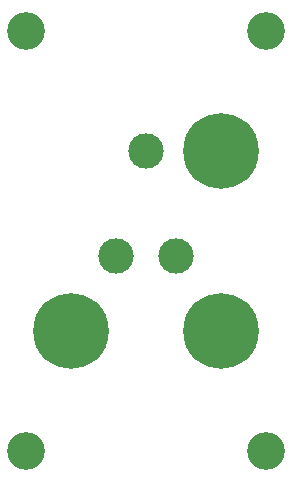
<source format=gbr>
%TF.GenerationSoftware,KiCad,Pcbnew,(5.1.9)-1*%
%TF.CreationDate,2021-03-02T22:38:48+00:00*%
%TF.ProjectId,NOR Front Panel,4e4f5220-4672-46f6-9e74-2050616e656c,rev?*%
%TF.SameCoordinates,Original*%
%TF.FileFunction,Soldermask,Bot*%
%TF.FilePolarity,Negative*%
%FSLAX46Y46*%
G04 Gerber Fmt 4.6, Leading zero omitted, Abs format (unit mm)*
G04 Created by KiCad (PCBNEW (5.1.9)-1) date 2021-03-02 22:38:48*
%MOMM*%
%LPD*%
G01*
G04 APERTURE LIST*
%ADD10C,3.000000*%
%ADD11C,6.400000*%
%ADD12C,3.200000*%
G04 APERTURE END LIST*
D10*
%TO.C,REF\u002A\u002A*%
X115570000Y-107950000D03*
%TD*%
%TO.C,REF\u002A\u002A*%
X118110000Y-116840000D03*
%TD*%
%TO.C,REF\u002A\u002A*%
X113030000Y-116840000D03*
%TD*%
D11*
%TO.C,REF\u002A\u002A*%
X121920000Y-107950000D03*
%TD*%
%TO.C,REF\u002A\u002A*%
X121920000Y-123190000D03*
%TD*%
%TO.C,REF\u002A\u002A*%
X109220000Y-123190000D03*
%TD*%
D12*
%TO.C,REF\u002A\u002A*%
X125730000Y-133350000D03*
%TD*%
%TO.C,REF\u002A\u002A*%
X105410000Y-133350000D03*
%TD*%
%TO.C,REF\u002A\u002A*%
X125730000Y-97790000D03*
%TD*%
%TO.C,REF\u002A\u002A*%
X105410000Y-97790000D03*
%TD*%
M02*

</source>
